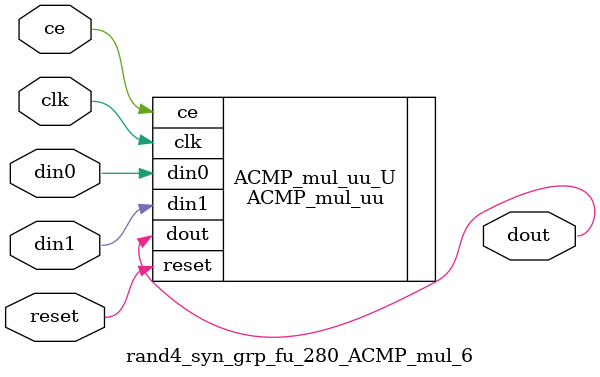
<source format=v>

`timescale 1 ns / 1 ps
module rand4_syn_grp_fu_280_ACMP_mul_6(
    clk,
    reset,
    ce,
    din0,
    din1,
    dout);

parameter ID = 32'd1;
parameter NUM_STAGE = 32'd1;
parameter din0_WIDTH = 32'd1;
parameter din1_WIDTH = 32'd1;
parameter dout_WIDTH = 32'd1;
input clk;
input reset;
input ce;
input[din0_WIDTH - 1:0] din0;
input[din1_WIDTH - 1:0] din1;
output[dout_WIDTH - 1:0] dout;



ACMP_mul_uu #(
.ID( ID ),
.NUM_STAGE( 2 ),
.din0_WIDTH( din0_WIDTH ),
.din1_WIDTH( din1_WIDTH ),
.dout_WIDTH( dout_WIDTH ))
ACMP_mul_uu_U(
    .clk( clk ),
    .reset( reset ),
    .ce( ce ),
    .din0( din0 ),
    .din1( din1 ),
    .dout( dout ));

endmodule

</source>
